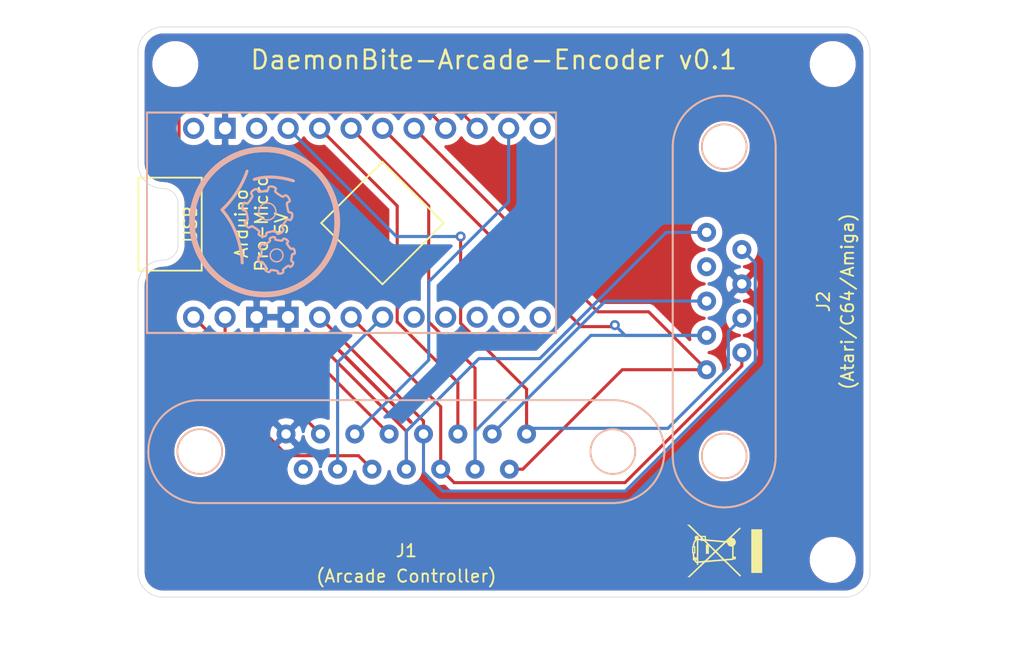
<source format=kicad_pcb>
(kicad_pcb (version 20171130) (host pcbnew "(5.1.8-0-10_14)")
  (title_block (title Arcade-Encoder) (date 2020-11-05) (rev 0.1) (company haus-automatisierung.com))
  (layers (0 F.Cu signal) (31 B.Cu signal) (34 B.Paste user) (35 F.Paste user) (36 B.SilkS user) (37 F.SilkS user) (38 B.Mask user) (39 F.Mask user) (44 Edge.Cuts user))
  (net 0 "")
  (net 1 GND)
  (net 2 +5V)
  (net 3 "Net-(J1-Pad9)")
  (net 4 "Net-(U1-Pad8)")
  (net 5 "Net-(U1-Pad9)")
  (net 6 "Net-(U1-Pad10)")
  (net 7 "Net-(U1-Pad11)")
  (net 8 "Net-(U1-Pad12)")
  (net 9 "Net-(U1-Pad13)")
  (net 10 "Net-(U1-Pad22)")
  (net 11 "Net-(U1-Pad24)")
  (net 12 UP)
  (net 13 LEFT)
  (net 14 B1)
  (net 15 B3)
  (net 16 B8)
  (net 17 B5)
  (net 18 DOWN)
  (net 19 RIGHT)
  (net 20 B2)
  (net 21 B4)
  (net 22 B7)
  (net 23 B6)
  (net 24 "Net-(J2-Pad4)")
  (module halibs:Logo (layer B.Cu) (at 124.206 54.737 270)
    (fp_text reference G*** hide)
    (fp_text value LOGO hide)
  )
  (module Symbol:WEEE-Logo_4.2x6mm_SilkScreen (layer F.Cu) (at 161.29 81.28 90)
    (fp_text reference REF** hide)
    (fp_text value WEEE-Logo_4.2x6mm_SilkScreen hide)
  )
  (module MountingHole:MountingHole_2.7mm (layer F.Cu) (at 170 82)
    (fp_text reference REF** hide)
    (fp_text value MountingHole_2.7mm hide)
    (pad 1 np_thru_hole circle (at 0 0) (size 2.7 2.7) (drill 2.7) (layers *.Cu *.Mask))
  )
  (module MountingHole:MountingHole_2.7mm (layer F.Cu) (at 170 42)
    (fp_text reference REF** hide)
    (fp_text value MountingHole_2.7mm hide)
    (pad 1 np_thru_hole circle (at 0 0) (size 2.7 2.7) (drill 2.7) (layers *.Cu *.Mask))
  )
  (module MountingHole:MountingHole_2.7mm (layer F.Cu) (at 117 42)
    (fp_text reference REF** hide)
    (fp_text value MountingHole_2.7mm hide)
    (pad 1 np_thru_hole circle (at 0 0) (size 2.7 2.7) (drill 2.7) (layers *.Cu *.Mask))
  )
  (module halibs:ArduinoProMicro (layer F.Cu) (at 132.44576 54.80176)
    (fp_text reference U1 hide)
    (fp_text value ProMicro)
    (fp_text user USB (at -14.20876 0.11 90) (layer F.SilkS))
    (pad 24 thru_hole circle (at -13.97 -7.62) (size 1.7 1.7) (drill 1) (layers *.Cu *.Mask) (net 11 "Net-(U1-Pad24)"))
    (pad 23 thru_hole rect (at -11.43 -7.62) (size 1.7 1.7) (drill 1) (layers *.Cu *.Mask) (net 1 GND))
    (pad 22 thru_hole circle (at -8.89 -7.62) (size 1.7 1.7) (drill 1) (layers *.Cu *.Mask) (net 10 "Net-(U1-Pad22)"))
    (pad 21 thru_hole circle (at -6.35 -7.62) (size 1.7 1.7) (drill 1) (layers *.Cu *.Mask) (net 2 +5V))
    (pad 20 thru_hole circle (at -3.81 -7.62) (size 1.7 1.7) (drill 1) (layers *.Cu *.Mask) (net 19 RIGHT))
    (pad 19 thru_hole circle (at -1.27 -7.62) (size 1.7 1.7) (drill 1) (layers *.Cu *.Mask) (net 13 LEFT))
    (pad 18 thru_hole circle (at 1.27 -7.62) (size 1.7 1.7) (drill 1) (layers *.Cu *.Mask) (net 18 DOWN))
    (pad 17 thru_hole circle (at 3.81 -7.62) (size 1.7 1.7) (drill 1) (layers *.Cu *.Mask) (net 12 UP))
    (pad 16 thru_hole circle (at 6.35 -7.62) (size 1.7 1.7) (drill 1) (layers *.Cu *.Mask) (net 23 B6))
    (pad 15 thru_hole circle (at 8.89 -7.62) (size 1.7 1.7) (drill 1) (layers *.Cu *.Mask) (net 16 B8))
    (pad 14 thru_hole circle (at 11.43 -7.62) (size 1.7 1.7) (drill 1) (layers *.Cu *.Mask) (net 22 B7))
    (pad 13 thru_hole circle (at 13.97 -7.62) (size 1.7 1.7) (drill 1) (layers *.Cu *.Mask) (net 9 "Net-(U1-Pad13)"))
    (pad 12 thru_hole circle (at 13.97 7.62) (size 1.7 1.7) (drill 1) (layers *.Cu *.Mask) (net 8 "Net-(U1-Pad12)"))
    (pad 11 thru_hole circle (at 11.43 7.62) (size 1.7 1.7) (drill 1) (layers *.Cu *.Mask) (net 7 "Net-(U1-Pad11)"))
    (pad 10 thru_hole circle (at 8.89 7.62) (size 1.7 1.7) (drill 1) (layers *.Cu *.Mask) (net 6 "Net-(U1-Pad10)"))
    (pad 9 thru_hole circle (at 6.35 7.62) (size 1.7 1.7) (drill 1) (layers *.Cu *.Mask) (net 5 "Net-(U1-Pad9)"))
    (pad 8 thru_hole circle (at 3.81 7.62) (size 1.7 1.7) (drill 1) (layers *.Cu *.Mask) (net 4 "Net-(U1-Pad8)"))
    (pad 7 thru_hole circle (at 1.27 7.62) (size 1.7 1.7) (drill 1) (layers *.Cu *.Mask) (net 17 B5))
    (pad 6 thru_hole circle (at -1.27 7.62) (size 1.7 1.7) (drill 1) (layers *.Cu *.Mask) (net 14 B1))
    (pad 5 thru_hole circle (at -3.81 7.62) (size 1.7 1.7) (drill 1) (layers *.Cu *.Mask) (net 20 B2))
    (pad 4 thru_hole rect (at -6.35 7.62) (size 1.7 1.7) (drill 1) (layers *.Cu *.Mask) (net 1 GND))
    (pad 3 thru_hole rect (at -8.89 7.62) (size 1.7 1.7) (drill 1) (layers *.Cu *.Mask) (net 1 GND))
    (pad 2 thru_hole circle (at -11.43 7.62) (size 1.7 1.7) (drill 1) (layers *.Cu *.Mask) (net 15 B3))
    (pad 1 thru_hole circle (at -13.97 7.62) (size 1.7 1.7) (drill 1) (layers *.Cu *.Mask) (net 21 B4))
  )
  (module halibs:D-Sub_Connector_15P-Male (layer F.Cu) (at 135.625781 73.261961)
    (fp_text reference J1 (at 0 8) (layer F.SilkS))
    (fp_text value DB15_Male)
    (pad 1 thru_hole circle (at -9.69518 -1.42) (size 1.524 1.524) (drill 0.762) (layers *.Cu *.Mask) (net 1 GND))
    (pad 2 thru_hole circle (at -6.92518 -1.42) (size 1.524 1.524) (drill 0.762) (layers *.Cu *.Mask) (net 23 B6))
    (pad 3 thru_hole circle (at -4.15518 -1.42) (size 1.524 1.524) (drill 0.762) (layers *.Cu *.Mask) (net 22 B7))
    (pad 4 thru_hole circle (at -1.38518 -1.42) (size 1.524 1.524) (drill 0.762) (layers *.Cu *.Mask) (net 21 B4))
    (pad 5 thru_hole circle (at 1.38482 -1.42) (size 1.524 1.524) (drill 0.762) (layers *.Cu *.Mask) (net 20 B2))
    (pad 6 thru_hole circle (at 4.15482 -1.42) (size 1.524 1.524) (drill 0.762) (layers *.Cu *.Mask) (net 19 RIGHT))
    (pad 7 thru_hole circle (at 6.92482 -1.42) (size 1.524 1.524) (drill 0.762) (layers *.Cu *.Mask) (net 18 DOWN))
    (pad 8 thru_hole circle (at 9.69482 -1.42) (size 1.524 1.524) (drill 0.762) (layers *.Cu *.Mask) (net 2 +5V))
    (pad 9 thru_hole circle (at -8.31018 1.42) (size 1.524 1.524) (drill 0.762) (layers *.Cu *.Mask) (net 3 "Net-(J1-Pad9)"))
    (pad 10 thru_hole circle (at -5.54018 1.42) (size 1.524 1.524) (drill 0.762) (layers *.Cu *.Mask) (net 17 B5))
    (pad 11 thru_hole circle (at -2.77018 1.42) (size 1.524 1.524) (drill 0.762) (layers *.Cu *.Mask) (net 16 B8))
    (pad 12 thru_hole circle (at -0.00018 1.42) (size 1.524 1.524) (drill 0.762) (layers *.Cu *.Mask) (net 15 B3))
    (pad 13 thru_hole circle (at 2.76982 1.42) (size 1.524 1.524) (drill 0.762) (layers *.Cu *.Mask) (net 14 B1))
    (pad 14 thru_hole circle (at 5.53982 1.42) (size 1.524 1.524) (drill 0.762) (layers *.Cu *.Mask) (net 13 LEFT))
    (pad 15 thru_hole circle (at 8.30982 1.42) (size 1.524 1.524) (drill 0.762) (layers *.Cu *.Mask) (net 12 UP))
    (pad "" np_thru_hole circle (at -16.65018 0) (size 3.1 3.1) (drill 3.1) (layers *.Cu *.Mask))
    (pad "" np_thru_hole circle (at 16.64982 0) (size 3.1 3.1) (drill 3.1) (layers *.Cu *.Mask))
  )
  (module halibs:D-Sub_Connector_9P-Male (layer F.Cu) (at 161.25348 61.15812 90)
    (fp_text reference J2 (at 0 8 90) (layer F.SilkS))
    (fp_text value DB9_Male)
    (pad "" np_thru_hole circle (at 12.495 0 90) (size 3.1 3.1) (drill 3.1) (layers *.Cu *.Mask))
    (pad "" np_thru_hole circle (at -12.45518 0 90) (size 3.1 3.1) (drill 3.1) (layers *.Cu *.Mask))
    (pad 9 thru_hole circle (at 4.19482 1.42 90) (size 1.524 1.524) (drill 0.762) (layers *.Cu *.Mask) (net 20 B2))
    (pad 8 thru_hole circle (at 1.42482 1.42 90) (size 1.524 1.524) (drill 0.762) (layers *.Cu *.Mask) (net 1 GND))
    (pad 7 thru_hole circle (at -1.34518 1.42 90) (size 1.524 1.524) (drill 0.762) (layers *.Cu *.Mask) (net 2 +5V))
    (pad 6 thru_hole circle (at -4.11518 1.42 90) (size 1.524 1.524) (drill 0.762) (layers *.Cu *.Mask) (net 14 B1))
    (pad 5 thru_hole circle (at 5.57982 -1.42 90) (size 1.524 1.524) (drill 0.762) (layers *.Cu *.Mask) (net 15 B3))
    (pad 4 thru_hole circle (at 2.80982 -1.42 90) (size 1.524 1.524) (drill 0.762) (layers *.Cu *.Mask) (net 24 "Net-(J2-Pad4)"))
    (pad 3 thru_hole circle (at 0.03982 -1.42 90) (size 1.524 1.524) (drill 0.762) (layers *.Cu *.Mask) (net 13 LEFT))
    (pad 2 thru_hole circle (at -2.73018 -1.42 90) (size 1.524 1.524) (drill 0.762) (layers *.Cu *.Mask) (net 18 DOWN))
    (pad 1 thru_hole circle (at -5.50018 -1.42 90) (size 1.524 1.524) (drill 0.762) (layers *.Cu *.Mask) (net 12 UP))
  )
  (gr_line (start 117.221419 53.259419) (end 117.221419 56.595581) (layer Edge.Cuts) (width 0.05))
  (gr_arc (start 116 56.595581) (end 116 57.817) (angle -90) (layer Edge.Cuts) (width 0.05))
  (gr_arc (start 116 53.259419) (end 117.221419 53.259419) (angle -90) (layer Edge.Cuts) (width 0.05))
  (gr_arc (start 116 50.038) (end 116 52.038) (angle 90) (layer Edge.Cuts) (width 0.05))
  (gr_arc (start 116 59.817) (end 116 57.817) (angle -90) (layer Edge.Cuts) (width 0.05))
  (gr_line (start 114 41) (end 114 50.038) (layer Edge.Cuts) (width 0.05))
  (gr_text "(Atari/C64/Amiga)" (at 171.196 61.15812 90) (layer F.SilkS) (effects (font (size 1 1))))
  (gr_text "(Arcade Controller)" (at 135.625781 83.312) (layer F.SilkS) (effects (font (size 1 1))))
  (gr_line (start 173 83) (end 173 41) (layer Edge.Cuts) (width 0.05))
  (gr_arc (start 171 41) (end 173 41) (angle -90) (layer Edge.Cuts) (width 0.05))
  (gr_line (start 116 39) (end 171 39) (layer Edge.Cuts) (width 0.05))
  (gr_arc (start 116 41) (end 116 39) (angle -90) (layer Edge.Cuts) (width 0.05))
  (gr_line (start 114 83) (end 114 59.817) (layer Edge.Cuts) (width 0.05))
  (gr_arc (start 171 83) (end 171 85) (angle -90) (layer Edge.Cuts) (width 0.05))
  (gr_arc (start 116 83) (end 114 83) (angle -90) (layer Edge.Cuts) (width 0.05))
  (gr_text "DaemonBite-Arcade-Encoder v0.1" (at 122.936 41.656) (layer F.SilkS) (effects (font (size 1.5 1.5) (thickness 0.2)) (justify left)))
  (gr_text "Arduino\nPro-Micro\n5V" (at 123.952 54.864 90) (layer F.SilkS) (effects (font (size 1 1))))
  (gr_line (start 171 85) (end 116 85) (layer Edge.Cuts) (width 0.05))
  (segment (start 145.775602 71.38696) (end 145.320601 71.841961) (width 0.25) (layer B.Cu) (net 2))
  (segment (start 156.713582 71.38696) (end 145.775602 71.38696) (width 0.25) (layer B.Cu) (net 2))
  (segment (start 161.586479 63.590301) (end 161.586479 66.514063) (width 0.25) (layer B.Cu) (net 2))
  (segment (start 161.586479 66.514063) (end 156.713582 71.38696) (width 0.25) (layer B.Cu) (net 2))
  (segment (start 162.67348 62.5033) (end 161.586479 63.590301) (width 0.25) (layer B.Cu) (net 2))
  (segment (start 145.320601 68.226521) (end 140.0048 62.91072) (width 0.25) (layer F.Cu) (net 2))
  (segment (start 145.320601 71.841961) (end 145.320601 68.226521) (width 0.25) (layer F.Cu) (net 2))
  (via (at 140.0048 55.91048) (size 0.8) (drill 0.4) (layers F.Cu B.Cu) (net 2))
  (segment (start 140.0048 62.91072) (end 140.0048 55.91048) (width 0.25) (layer F.Cu) (net 2))
  (segment (start 134.82448 55.91048) (end 126.09576 47.18176) (width 0.25) (layer B.Cu) (net 2))
  (segment (start 140.0048 55.91048) (end 134.82448 55.91048) (width 0.25) (layer B.Cu) (net 2))
  (segment (start 153.036892 66.6583) (end 159.83348 66.6583) (width 0.25) (layer F.Cu) (net 12))
  (segment (start 145.013231 74.681961) (end 153.036892 66.6583) (width 0.25) (layer F.Cu) (net 12))
  (segment (start 143.935601 74.681961) (end 145.013231 74.681961) (width 0.25) (layer F.Cu) (net 12))
  (segment (start 136.25576 47.18176) (end 151.06016 61.98616) (width 0.25) (layer F.Cu) (net 12))
  (segment (start 155.16134 61.98616) (end 159.83348 66.6583) (width 0.25) (layer F.Cu) (net 12))
  (segment (start 151.06016 61.98616) (end 155.16134 61.98616) (width 0.25) (layer F.Cu) (net 12))
  (segment (start 137.430761 53.436761) (end 131.17576 47.18176) (width 0.25) (layer F.Cu) (net 13))
  (segment (start 141.165601 66.530603) (end 137.430761 62.795763) (width 0.25) (layer F.Cu) (net 13))
  (segment (start 137.430761 62.795763) (end 137.430761 53.436761) (width 0.25) (layer F.Cu) (net 13))
  (segment (start 141.165601 74.681961) (end 141.165601 66.530603) (width 0.25) (layer F.Cu) (net 13))
  (segment (start 141.165601 71.618199) (end 141.165601 74.681961) (width 0.25) (layer B.Cu) (net 13))
  (segment (start 151.6655 61.1183) (end 141.165601 71.618199) (width 0.25) (layer B.Cu) (net 13))
  (segment (start 159.83348 61.1183) (end 151.6655 61.1183) (width 0.25) (layer B.Cu) (net 13))
  (segment (start 138.395601 69.641601) (end 138.395601 74.681961) (width 0.25) (layer F.Cu) (net 14))
  (segment (start 131.17576 62.42176) (end 138.395601 69.641601) (width 0.25) (layer F.Cu) (net 14))
  (segment (start 139.482602 75.768962) (end 138.395601 74.681961) (width 0.25) (layer F.Cu) (net 14))
  (segment (start 153.255448 75.768962) (end 139.482602 75.768962) (width 0.25) (layer F.Cu) (net 14))
  (segment (start 162.67348 66.35093) (end 153.255448 75.768962) (width 0.25) (layer F.Cu) (net 14))
  (segment (start 162.67348 65.2733) (end 162.67348 66.35093) (width 0.25) (layer F.Cu) (net 14))
  (segment (start 121.01576 62.42176) (end 121.01576 63.7794) (width 0.25) (layer F.Cu) (net 15))
  (segment (start 121.01576 63.7794) (end 122.72772 65.49136) (width 0.25) (layer F.Cu) (net 15))
  (segment (start 135.625601 71.618199) (end 135.625601 74.681961) (width 0.25) (layer F.Cu) (net 15))
  (segment (start 129.498762 65.49136) (end 135.625601 71.618199) (width 0.25) (layer F.Cu) (net 15))
  (segment (start 122.72772 65.49136) (end 129.498762 65.49136) (width 0.25) (layer F.Cu) (net 15))
  (segment (start 156.56909 55.5783) (end 159.83348 55.5783) (width 0.25) (layer B.Cu) (net 15))
  (segment (start 135.625601 71.618199) (end 141.4832 65.7606) (width 0.25) (layer B.Cu) (net 15))
  (segment (start 146.38679 65.7606) (end 156.56909 55.5783) (width 0.25) (layer B.Cu) (net 15))
  (segment (start 141.4832 65.7606) (end 146.38679 65.7606) (width 0.25) (layer B.Cu) (net 15))
  (segment (start 135.625601 74.681961) (end 135.625601 71.618199) (width 0.25) (layer B.Cu) (net 15))
  (segment (start 138.788991 44.634991) (end 141.33576 47.18176) (width 0.25) (layer F.Cu) (net 16))
  (segment (start 118.67599 52.0024) (end 116.85075 50.17716) (width 0.25) (layer F.Cu) (net 16))
  (segment (start 116.850749 45.961841) (end 118.177599 44.634991) (width 0.25) (layer F.Cu) (net 16))
  (segment (start 118.67599 58.9956) (end 118.67599 52.0024) (width 0.25) (layer F.Cu) (net 16))
  (segment (start 116.26299 61.4086) (end 118.67599 58.9956) (width 0.25) (layer F.Cu) (net 16))
  (segment (start 116.262991 63.813401) (end 116.26299 61.4086) (width 0.25) (layer F.Cu) (net 16))
  (segment (start 116.85075 50.17716) (end 116.850749 45.961841) (width 0.25) (layer F.Cu) (net 16))
  (segment (start 126.04455 73.59496) (end 116.262991 63.813401) (width 0.25) (layer F.Cu) (net 16))
  (segment (start 131.7686 73.59496) (end 126.04455 73.59496) (width 0.25) (layer F.Cu) (net 16))
  (segment (start 118.177599 44.634991) (end 138.788991 44.634991) (width 0.25) (layer F.Cu) (net 16))
  (segment (start 132.855601 74.681961) (end 131.7686 73.59496) (width 0.25) (layer F.Cu) (net 16))
  (segment (start 130.085601 66.051919) (end 133.71576 62.42176) (width 0.25) (layer B.Cu) (net 17))
  (segment (start 130.085601 74.681961) (end 130.085601 66.051919) (width 0.25) (layer B.Cu) (net 17))
  (segment (start 150.504262 63.8883) (end 142.550601 71.841961) (width 0.25) (layer B.Cu) (net 18))
  (segment (start 159.83348 63.8883) (end 150.504262 63.8883) (width 0.25) (layer B.Cu) (net 18))
  (segment (start 133.71576 47.18176) (end 149.71396 63.17996) (width 0.25) (layer F.Cu) (net 18))
  (via (at 152.43556 63.05804) (size 0.8) (drill 0.4) (layers F.Cu B.Cu) (net 18))
  (segment (start 152.31364 63.17996) (end 152.43556 63.05804) (width 0.25) (layer F.Cu) (net 18))
  (segment (start 149.71396 63.17996) (end 152.31364 63.17996) (width 0.25) (layer F.Cu) (net 18))
  (segment (start 153.26582 63.8883) (end 159.83348 63.8883) (width 0.25) (layer B.Cu) (net 18))
  (segment (start 152.43556 63.05804) (end 153.26582 63.8883) (width 0.25) (layer B.Cu) (net 18))
  (segment (start 134.890761 53.436761) (end 128.63576 47.18176) (width 0.25) (layer F.Cu) (net 19))
  (segment (start 134.890761 62.795763) (end 134.890761 53.436761) (width 0.25) (layer F.Cu) (net 19))
  (segment (start 139.780601 67.685603) (end 134.890761 62.795763) (width 0.25) (layer F.Cu) (net 19))
  (segment (start 139.780601 71.841961) (end 139.780601 67.685603) (width 0.25) (layer F.Cu) (net 19))
  (segment (start 137.010601 70.796601) (end 137.010601 71.841961) (width 0.25) (layer F.Cu) (net 20))
  (segment (start 128.63576 62.42176) (end 137.010601 70.796601) (width 0.25) (layer F.Cu) (net 20))
  (segment (start 163.760481 58.050301) (end 163.760481 65.972359) (width 0.25) (layer B.Cu) (net 20))
  (segment (start 162.67348 56.9633) (end 163.760481 58.050301) (width 0.25) (layer B.Cu) (net 20))
  (segment (start 163.760481 65.972359) (end 153.28392 76.44892) (width 0.25) (layer B.Cu) (net 20))
  (segment (start 138.553798 76.44892) (end 153.28392 76.44892) (width 0.25) (layer B.Cu) (net 20))
  (segment (start 137.010601 74.905723) (end 138.553798 76.44892) (width 0.25) (layer B.Cu) (net 20))
  (segment (start 137.010601 71.841961) (end 137.010601 74.905723) (width 0.25) (layer B.Cu) (net 20))
  (segment (start 118.47576 62.42176) (end 122.2718 66.2178) (width 0.25) (layer F.Cu) (net 21))
  (segment (start 128.61644 66.2178) (end 134.240601 71.841961) (width 0.25) (layer F.Cu) (net 21))
  (segment (start 122.2718 66.2178) (end 128.61644 66.2178) (width 0.25) (layer F.Cu) (net 21))
  (segment (start 137.430761 59.557521) (end 143.87576 53.112522) (width 0.25) (layer B.Cu) (net 22))
  (segment (start 143.87576 53.112522) (end 143.87576 47.18176) (width 0.25) (layer B.Cu) (net 22))
  (segment (start 137.430761 65.881801) (end 137.430761 59.557521) (width 0.25) (layer B.Cu) (net 22))
  (segment (start 131.470601 71.841961) (end 137.430761 65.881801) (width 0.25) (layer B.Cu) (net 22))
  (segment (start 138.79576 47.18176) (end 136.699 45.085) (width 0.25) (layer F.Cu) (net 23))
  (segment (start 136.699 45.085) (end 118.364 45.085) (width 0.25) (layer F.Cu) (net 23))
  (segment (start 117.300759 46.148241) (end 117.300759 49.990759) (width 0.25) (layer F.Cu) (net 23))
  (segment (start 118.364 45.085) (end 117.300759 46.148241) (width 0.25) (layer F.Cu) (net 23))
  (segment (start 117.300759 49.990759) (end 119.126 51.816) (width 0.25) (layer F.Cu) (net 23))
  (segment (start 119.126 51.816) (end 119.126 59.182) (width 0.25) (layer F.Cu) (net 23))
  (segment (start 119.126 59.182) (end 116.713 61.595) (width 0.25) (layer F.Cu) (net 23))
  (segment (start 116.713 61.595) (end 116.713 63.627) (width 0.25) (layer F.Cu) (net 23))
  (segment (start 116.713 63.627) (end 120.142 67.056) (width 0.25) (layer F.Cu) (net 23))
  (segment (start 123.91464 67.056) (end 128.700601 71.841961) (width 0.25) (layer F.Cu) (net 23))
  (segment (start 120.142 67.056) (end 123.91464 67.056) (width 0.25) (layer F.Cu) (net 23))
  (zone (net 1) (net_name GND) (layer F.Cu) (connect_pads (clearance 0.508)) (min_thickness 0.254) (fill yes (arc_segments 32) (thermal_gap 0.508) (thermal_bridge_width 0.508))
    (polygon (pts (xy 185.42 90.17) (xy 102.87 90.17) (xy 102.87 36.83) (xy 185.42 36.83)))
  )
  (zone (net 1) (net_name GND) (layer B.Cu) (connect_pads (clearance 0.508)) (min_thickness 0.254) (fill yes (arc_segments 32) (thermal_gap 0.508) (thermal_bridge_width 0.508))
    (polygon (pts (xy 185.42 90.17) (xy 102.87 90.17) (xy 102.87 36.83) (xy 185.42 36.83)))
  )
)
</source>
